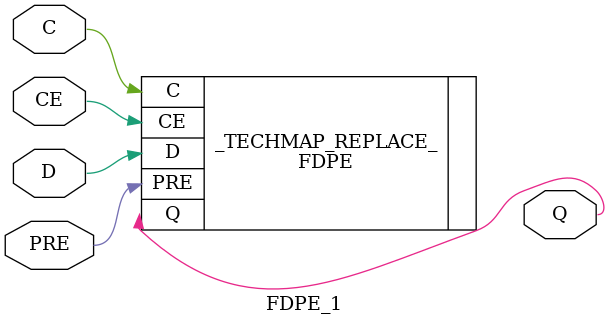
<source format=v>
/*
 *  yosys -- Yosys Open SYnthesis Suite
 *
 *  Copyright (C) 2012  Clifford Wolf <clifford@clifford.at>
 *
 *  Permission to use, copy, modify, and/or distribute this software for any
 *  purpose with or without fee is hereby granted, provided that the above
 *  copyright notice and this permission notice appear in all copies.
 *
 *  THE SOFTWARE IS PROVIDED "AS IS" AND THE AUTHOR DISCLAIMS ALL WARRANTIES
 *  WITH REGARD TO THIS SOFTWARE INCLUDING ALL IMPLIED WARRANTIES OF
 *  MERCHANTABILITY AND FITNESS. IN NO EVENT SHALL THE AUTHOR BE LIABLE FOR
 *  ANY SPECIAL, DIRECT, INDIRECT, OR CONSEQUENTIAL DAMAGES OR ANY DAMAGES
 *  WHATSOEVER RESULTING FROM LOSS OF USE, DATA OR PROFITS, WHETHER IN AN
 *  ACTION OF CONTRACT, NEGLIGENCE OR OTHER TORTIOUS ACTION, ARISING OUT OF
 *  OR IN CONNECTION WITH THE USE OR PERFORMANCE OF THIS SOFTWARE.
 *
 */

// ============================================================================
// FF mapping

`ifndef _NO_FFS

module  \$_DFF_N_   (input D, C, output Q);    FDRE_1 #(.INIT(|0)) _TECHMAP_REPLACE_ (.D(D), .Q(Q), .C(C), .CE(1'b1), .R(1'b0)); endmodule
module  \$_DFF_P_   (input D, C, output Q);    FDRE   #(.INIT(|0)) _TECHMAP_REPLACE_ (.D(D), .Q(Q), .C(C), .CE(1'b1), .R(1'b0)); endmodule

module  \$_DFFE_NP_ (input D, C, E, output Q); FDRE_1 #(.INIT(|0)) _TECHMAP_REPLACE_ (.D(D), .Q(Q), .C(C), .CE(E),    .R(1'b0)); endmodule
module  \$_DFFE_PP_ (input D, C, E, output Q); FDRE   #(.INIT(|0)) _TECHMAP_REPLACE_ (.D(D), .Q(Q), .C(C), .CE(E),    .R(1'b0)); endmodule

module  \$_DFF_NN0_ (input D, C, R, output Q); FDCE_1 #(.INIT(|0)) _TECHMAP_REPLACE_ (.D(D), .Q(Q), .C(C), .CE(1'b1), .CLR(!R)); endmodule
module  \$_DFF_NP0_ (input D, C, R, output Q); FDCE_1 #(.INIT(|0)) _TECHMAP_REPLACE_ (.D(D), .Q(Q), .C(C), .CE(1'b1), .CLR( R)); endmodule
module  \$_DFF_PN0_ (input D, C, R, output Q); FDCE   #(.INIT(|0)) _TECHMAP_REPLACE_ (.D(D), .Q(Q), .C(C), .CE(1'b1), .CLR(!R)); endmodule
module  \$_DFF_PP0_ (input D, C, R, output Q); FDCE   #(.INIT(|0)) _TECHMAP_REPLACE_ (.D(D), .Q(Q), .C(C), .CE(1'b1), .CLR( R)); endmodule

module  \$_DFF_NN1_ (input D, C, R, output Q); FDPE_1 #(.INIT(|0)) _TECHMAP_REPLACE_ (.D(D), .Q(Q), .C(C), .CE(1'b1), .PRE(!R)); endmodule
module  \$_DFF_NP1_ (input D, C, R, output Q); FDPE_1 #(.INIT(|0)) _TECHMAP_REPLACE_ (.D(D), .Q(Q), .C(C), .CE(1'b1), .PRE( R)); endmodule
module  \$_DFF_PN1_ (input D, C, R, output Q); FDPE   #(.INIT(|0)) _TECHMAP_REPLACE_ (.D(D), .Q(Q), .C(C), .CE(1'b1), .PRE(!R)); endmodule
module  \$_DFF_PP1_ (input D, C, R, output Q); FDPE   #(.INIT(|0)) _TECHMAP_REPLACE_ (.D(D), .Q(Q), .C(C), .CE(1'b1), .PRE( R)); endmodule

`ifndef DEPRECATED
module FDRE_1 (output reg Q, input C, CE, D, R);   parameter [0:0] INIT = 1'b0; FDRE #(.INIT(INIT), .IS_CLK_INVERTED(1'b1)) _TECHMAP_REPLACE_ (.C(C), .CE(CE), .D(D), .R(R), .Q(Q)); endmodule
module FDSE_1 (output reg Q, input C, CE, D, S);   parameter [0:0] INIT = 1'b0; FDSE #(.INIT(INIT), .IS_CLK_INVERTED(1'b1)) _TECHMAP_REPLACE_ (.C(C), .CE(CE), .D(D), .S(S), .Q(Q)); endmodule
module FDCE_1 (output reg Q, input C, CE, D, CLR); parameter [0:0] INIT = 1'b0; FDCE #(.INIT(INIT), .IS_CLK_INVERTED(1'b1)) _TECHMAP_REPLACE_ (.C(C), .CE(CE), .D(D), .CLR(CLR), .Q(Q)); endmodule
module FDPE_1 (output reg Q, input C, CE, D, PRE); parameter [0:0] INIT = 1'b0; FDPE #(.INIT(INIT), .IS_CLK_INVERTED(1'b1)) _TECHMAP_REPLACE_ (.C(C), .CE(CE), .D(D), .PRE(PRE), .Q(Q)); endmodule
`endif

`endif


</source>
